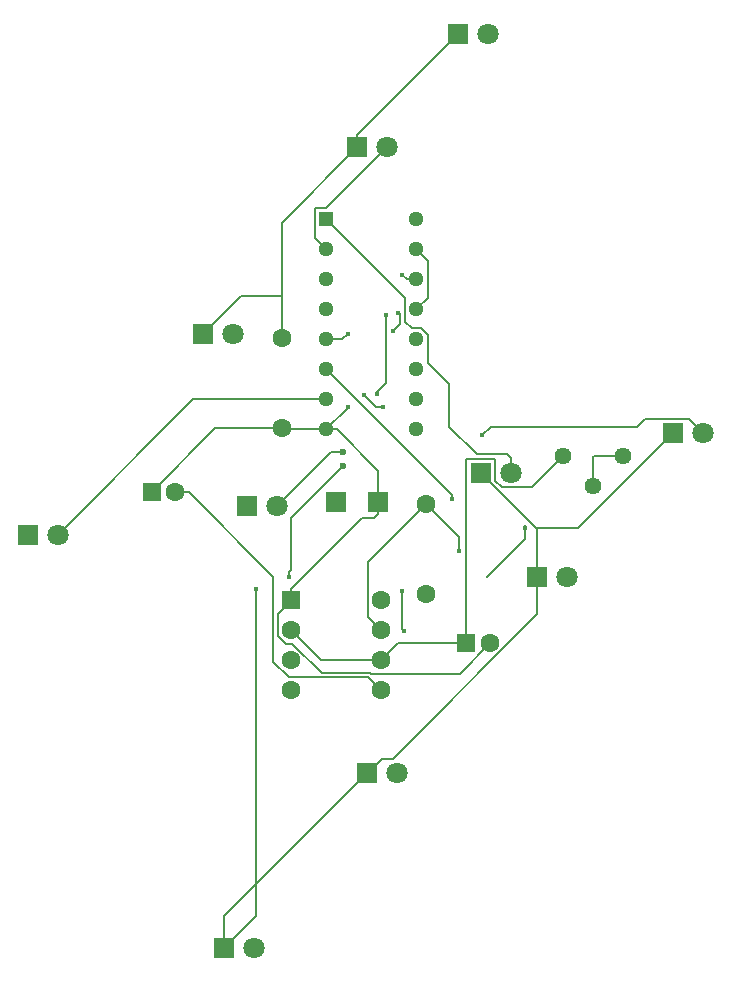
<source format=gtl>
%TF.GenerationSoftware,KiCad,Pcbnew,9.0.6*%
%TF.CreationDate,2026-01-24T18:36:13+02:00*%
%TF.ProjectId,led chaser,6c656420-6368-4617-9365-722e6b696361,rev?*%
%TF.SameCoordinates,Original*%
%TF.FileFunction,Copper,L1,Top*%
%TF.FilePolarity,Positive*%
%FSLAX46Y46*%
G04 Gerber Fmt 4.6, Leading zero omitted, Abs format (unit mm)*
G04 Created by KiCad (PCBNEW 9.0.6) date 2026-01-24 18:36:13*
%MOMM*%
%LPD*%
G01*
G04 APERTURE LIST*
G04 Aperture macros list*
%AMRoundRect*
0 Rectangle with rounded corners*
0 $1 Rounding radius*
0 $2 $3 $4 $5 $6 $7 $8 $9 X,Y pos of 4 corners*
0 Add a 4 corners polygon primitive as box body*
4,1,4,$2,$3,$4,$5,$6,$7,$8,$9,$2,$3,0*
0 Add four circle primitives for the rounded corners*
1,1,$1+$1,$2,$3*
1,1,$1+$1,$4,$5*
1,1,$1+$1,$6,$7*
1,1,$1+$1,$8,$9*
0 Add four rect primitives between the rounded corners*
20,1,$1+$1,$2,$3,$4,$5,0*
20,1,$1+$1,$4,$5,$6,$7,0*
20,1,$1+$1,$6,$7,$8,$9,0*
20,1,$1+$1,$8,$9,$2,$3,0*%
G04 Aperture macros list end*
%TA.AperFunction,ComponentPad*%
%ADD10C,1.600000*%
%TD*%
%TA.AperFunction,ComponentPad*%
%ADD11R,1.800000X1.800000*%
%TD*%
%TA.AperFunction,ComponentPad*%
%ADD12C,1.800000*%
%TD*%
%TA.AperFunction,ComponentPad*%
%ADD13RoundRect,0.250000X-0.550000X-0.550000X0.550000X-0.550000X0.550000X0.550000X-0.550000X0.550000X0*%
%TD*%
%TA.AperFunction,ComponentPad*%
%ADD14C,1.440000*%
%TD*%
%TA.AperFunction,ComponentPad*%
%ADD15R,1.700000X1.700000*%
%TD*%
%TA.AperFunction,ComponentPad*%
%ADD16R,1.295400X1.295400*%
%TD*%
%TA.AperFunction,ComponentPad*%
%ADD17C,1.295400*%
%TD*%
%TA.AperFunction,ViaPad*%
%ADD18C,0.400000*%
%TD*%
%TA.AperFunction,ViaPad*%
%ADD19C,0.600000*%
%TD*%
%TA.AperFunction,ViaPad*%
%ADD20C,0.300000*%
%TD*%
%TA.AperFunction,Conductor*%
%ADD21C,0.200000*%
%TD*%
G04 APERTURE END LIST*
D10*
%TO.P,R1,1*%
%TO.N,+5v*%
X161200000Y-119620000D03*
%TO.P,R1,2*%
%TO.N,Net-(U2-DIS)*%
X161200000Y-112000000D03*
%TD*%
D11*
%TO.P,D3,1,K*%
%TO.N,Net-(D1-K)*%
X142330000Y-97600000D03*
D12*
%TO.P,D3,2,A*%
%TO.N,Net-(D3-A)*%
X144870000Y-97600000D03*
%TD*%
D13*
%TO.P,C1 0.01 uF,1*%
%TO.N,GND*%
X138000000Y-111000000D03*
D10*
%TO.P,C1 0.01 uF,2*%
%TO.N,Net-(U2-CV)*%
X140000000Y-111000000D03*
%TD*%
D14*
%TO.P,RV1,1,1*%
%TO.N,Net-(U2-DIS)*%
X177940000Y-107920000D03*
%TO.P,RV1,2,2*%
X175400000Y-110460000D03*
%TO.P,RV1,3,3*%
%TO.N,TR*%
X172860000Y-107920000D03*
%TD*%
D15*
%TO.P,GND,1,1*%
%TO.N,GND*%
X157200000Y-111800000D03*
%TD*%
D11*
%TO.P,D7,1,K*%
%TO.N,Net-(D1-K)*%
X182130000Y-106000000D03*
D12*
%TO.P,D7,2,A*%
%TO.N,Net-(D7-A)*%
X184670000Y-106000000D03*
%TD*%
D11*
%TO.P,D6,1,K*%
%TO.N,Net-(D1-K)*%
X165860000Y-109400000D03*
D12*
%TO.P,D6,2,A*%
%TO.N,Net-(D6-A)*%
X168400000Y-109400000D03*
%TD*%
D15*
%TO.P,5V,1,1*%
%TO.N,+5v*%
X153600000Y-111800000D03*
%TD*%
D11*
%TO.P,D10,1,K*%
%TO.N,Net-(D1-K)*%
X144130000Y-149600000D03*
D12*
%TO.P,D10,2,A*%
%TO.N,Net-(D10-A)*%
X146670000Y-149600000D03*
%TD*%
D11*
%TO.P,D5,1,K*%
%TO.N,Net-(D1-K)*%
X146060000Y-112200000D03*
D12*
%TO.P,D5,2,A*%
%TO.N,Net-(D5-A)*%
X148600000Y-112200000D03*
%TD*%
D11*
%TO.P,D9,1,K*%
%TO.N,Net-(D1-K)*%
X156260000Y-134800000D03*
D12*
%TO.P,D9,2,A*%
%TO.N,Net-(D9-A)*%
X158800000Y-134800000D03*
%TD*%
D11*
%TO.P,D4,1,K*%
%TO.N,Net-(D1-K)*%
X127530000Y-114600000D03*
D12*
%TO.P,D4,2,A*%
%TO.N,Net-(D4-A)*%
X130070000Y-114600000D03*
%TD*%
D13*
%TO.P,C2 1uF,1*%
%TO.N,TR*%
X164644888Y-123800000D03*
D10*
%TO.P,C2 1uF,2*%
%TO.N,GND*%
X166644888Y-123800000D03*
%TD*%
%TO.P,R2 470 Ohm,1*%
%TO.N,Net-(D1-K)*%
X149000000Y-97990000D03*
%TO.P,R2 470 Ohm,2*%
%TO.N,GND*%
X149000000Y-105610000D03*
%TD*%
D11*
%TO.P,D2,1,K*%
%TO.N,Net-(D1-K)*%
X155400000Y-81800000D03*
D12*
%TO.P,D2,2,A*%
%TO.N,Net-(D2-A)*%
X157940000Y-81800000D03*
%TD*%
D13*
%TO.P,U2,1,GND*%
%TO.N,GND*%
X149800000Y-120180000D03*
D10*
%TO.P,U2,2,TR*%
%TO.N,TR*%
X149800000Y-122720000D03*
%TO.P,U2,3,Q*%
%TO.N,OUT*%
X149800000Y-125260000D03*
%TO.P,U2,4,R*%
%TO.N,+5v*%
X149800000Y-127800000D03*
%TO.P,U2,5,CV*%
%TO.N,Net-(U2-CV)*%
X157420000Y-127800000D03*
%TO.P,U2,6,THR*%
%TO.N,TR*%
X157420000Y-125260000D03*
%TO.P,U2,7,DIS*%
%TO.N,Net-(U2-DIS)*%
X157420000Y-122720000D03*
%TO.P,U2,8,VCC*%
%TO.N,+5v*%
X157420000Y-120180000D03*
%TD*%
D11*
%TO.P,D1,1,K*%
%TO.N,Net-(D1-K)*%
X163930000Y-72200000D03*
D12*
%TO.P,D1,2,A*%
%TO.N,Net-(D1-A)*%
X166470000Y-72200000D03*
%TD*%
D16*
%TO.P,U1,1,Q5*%
%TO.N,Net-(D6-A)*%
X152790000Y-87910000D03*
D17*
%TO.P,U1,2,Q1*%
%TO.N,Net-(D2-A)*%
X152790000Y-90450000D03*
%TO.P,U1,3,Q0*%
%TO.N,Net-(D1-A)*%
X152790000Y-92990000D03*
%TO.P,U1,4,Q2*%
%TO.N,Net-(D3-A)*%
X152790000Y-95530000D03*
%TO.P,U1,5,Q6*%
%TO.N,Net-(D7-A)*%
X152790000Y-98070000D03*
%TO.P,U1,6,Q7*%
%TO.N,Net-(D8-A)*%
X152790000Y-100610000D03*
%TO.P,U1,7,Q3*%
%TO.N,Net-(D4-A)*%
X152790000Y-103150000D03*
%TO.P,U1,8,VSS*%
%TO.N,GND*%
X152790000Y-105690000D03*
%TO.P,U1,9,Q8*%
%TO.N,Net-(D9-A)*%
X160410000Y-105690000D03*
%TO.P,U1,10,Q4*%
%TO.N,Net-(D5-A)*%
X160410000Y-103150000D03*
%TO.P,U1,11,Q9*%
%TO.N,Net-(D10-A)*%
X160410000Y-100610000D03*
%TO.P,U1,12,Cout*%
%TO.N,unconnected-(U1-Cout-Pad12)*%
X160410000Y-98070000D03*
%TO.P,U1,13,CKEN*%
%TO.N,GND*%
X160410000Y-95530000D03*
%TO.P,U1,14,CLK*%
%TO.N,OUT*%
X160410000Y-92990000D03*
%TO.P,U1,15,Reset*%
%TO.N,GND*%
X160410000Y-90450000D03*
%TO.P,U1,16,VDD*%
%TO.N,+5v*%
X160410000Y-87910000D03*
%TD*%
D11*
%TO.P,D8,1,K*%
%TO.N,Net-(D1-K)*%
X170660000Y-118200000D03*
D12*
%TO.P,D8,2,A*%
%TO.N,Net-(D8-A)*%
X173200000Y-118200000D03*
%TD*%
D18*
%TO.N,GND*%
X158400000Y-97400000D03*
X154600000Y-103800000D03*
X158861300Y-95800000D03*
%TO.N,Net-(D1-K)*%
X146838886Y-119231520D03*
D19*
%TO.N,Net-(D5-A)*%
X154200000Y-107600000D03*
D18*
X156000000Y-102800000D03*
X157600000Y-103800000D03*
%TO.N,Net-(D7-A)*%
X166000000Y-106200000D03*
X154600000Y-97600000D03*
%TO.N,Net-(D8-A)*%
X163400000Y-111600000D03*
%TO.N,Net-(D9-A)*%
X159200000Y-119400000D03*
X159400000Y-122800000D03*
D20*
%TO.N,Net-(U2-DIS)*%
X166400000Y-118200000D03*
D18*
X169600000Y-114000000D03*
X164000000Y-116000000D03*
%TO.N,OUT*%
X149600000Y-118200000D03*
X157800000Y-96000000D03*
X159200000Y-92600000D03*
D19*
X154200000Y-108800000D03*
D18*
X157044600Y-102716385D03*
%TD*%
D21*
%TO.N,Net-(U2-CV)*%
X149600000Y-126699000D02*
X156319000Y-126699000D01*
X140000000Y-111000000D02*
X141131370Y-111000000D01*
X148298000Y-125397000D02*
X149600000Y-126699000D01*
X148298000Y-118166630D02*
X148298000Y-125397000D01*
X141131370Y-111000000D02*
X148298000Y-118166630D01*
X156319000Y-126699000D02*
X157420000Y-127800000D01*
%TO.N,GND*%
X148699000Y-123176050D02*
X148699000Y-121281000D01*
X152790000Y-105690000D02*
X154600000Y-103880000D01*
X154600000Y-103880000D02*
X154600000Y-103800000D01*
X138000000Y-111000000D02*
X143390000Y-105610000D01*
X143390000Y-105610000D02*
X149000000Y-105610000D01*
X152790000Y-105690000D02*
X149080000Y-105690000D01*
X158400000Y-97400000D02*
X159000000Y-96800000D01*
X152396050Y-126299000D02*
X149918050Y-123821000D01*
X166644888Y-123800000D02*
X164083888Y-126361000D01*
X153705986Y-105690000D02*
X152790000Y-105690000D01*
X160410000Y-90450000D02*
X161358700Y-91398700D01*
X157200000Y-109184014D02*
X153705986Y-105690000D01*
X157200000Y-111800000D02*
X157200000Y-112850000D01*
X149918050Y-123821000D02*
X149343950Y-123821000D01*
X159000000Y-95800000D02*
X158861300Y-95800000D01*
X159000000Y-96800000D02*
X159000000Y-95800000D01*
X149080000Y-105690000D02*
X149000000Y-105610000D01*
X155807537Y-113192463D02*
X149800000Y-119200000D01*
X164083888Y-126361000D02*
X156546685Y-126361000D01*
X148699000Y-121281000D02*
X149800000Y-120180000D01*
X157200000Y-112850000D02*
X156857537Y-113192463D01*
X156546685Y-126361000D02*
X156484685Y-126299000D01*
X156484685Y-126299000D02*
X152396050Y-126299000D01*
X149343950Y-123821000D02*
X148699000Y-123176050D01*
X161358700Y-94581300D02*
X160410000Y-95530000D01*
X157200000Y-111800000D02*
X157200000Y-109184014D01*
X161358700Y-91398700D02*
X161358700Y-94581300D01*
X149800000Y-119200000D02*
X149800000Y-120180000D01*
X156857537Y-113192463D02*
X155807537Y-113192463D01*
%TO.N,TR*%
X164644888Y-123800000D02*
X158880000Y-123800000D01*
X167061000Y-108199000D02*
X164659000Y-108199000D01*
X158880000Y-123800000D02*
X157420000Y-125260000D01*
X164644888Y-108213112D02*
X164644888Y-123800000D01*
X167625686Y-110600000D02*
X167061000Y-110035314D01*
X157420000Y-125260000D02*
X152340000Y-125260000D01*
X164659000Y-108199000D02*
X164644888Y-108213112D01*
X152340000Y-125260000D02*
X149800000Y-122720000D01*
X172860000Y-107920000D02*
X170180000Y-110600000D01*
X170180000Y-110600000D02*
X167625686Y-110600000D01*
X167061000Y-110035314D02*
X167061000Y-108199000D01*
%TO.N,Net-(D1-K)*%
X163930000Y-72200000D02*
X155400000Y-80730000D01*
X170530000Y-114070000D02*
X165860000Y-109400000D01*
X174060000Y-114070000D02*
X170530000Y-114070000D01*
X170660000Y-118200000D02*
X170660000Y-121341938D01*
X155400000Y-80730000D02*
X155400000Y-81800000D01*
X170660000Y-114200000D02*
X170530000Y-114070000D01*
X155400000Y-81800000D02*
X149000000Y-88200000D01*
X149000000Y-94400000D02*
X149000000Y-97990000D01*
X145530000Y-94400000D02*
X149000000Y-94400000D01*
X144130000Y-149600000D02*
X146838886Y-146891114D01*
X182130000Y-106000000D02*
X174060000Y-114070000D01*
X170660000Y-121341938D02*
X158402938Y-133599000D01*
X157461000Y-133599000D02*
X156260000Y-134800000D01*
X146838886Y-146891114D02*
X146838886Y-119231520D01*
X142330000Y-97600000D02*
X145530000Y-94400000D01*
X170660000Y-118200000D02*
X170660000Y-114200000D01*
X144130000Y-146930000D02*
X156260000Y-134800000D01*
X158402938Y-133599000D02*
X157461000Y-133599000D01*
X144130000Y-149600000D02*
X144130000Y-146930000D01*
X149000000Y-88200000D02*
X149000000Y-94400000D01*
%TO.N,Net-(D2-A)*%
X152778700Y-86961300D02*
X157940000Y-81800000D01*
X151841300Y-86961300D02*
X152778700Y-86961300D01*
X152790000Y-90450000D02*
X151841300Y-89501300D01*
X151841300Y-89501300D02*
X151841300Y-86961300D01*
%TO.N,Net-(D4-A)*%
X130070000Y-114600000D02*
X141520000Y-103150000D01*
X141520000Y-103150000D02*
X152790000Y-103150000D01*
%TO.N,Net-(D5-A)*%
X157600000Y-103800000D02*
X157000000Y-103800000D01*
X153200000Y-107600000D02*
X148600000Y-112200000D01*
X156000000Y-102800000D02*
X157000000Y-103800000D01*
X154200000Y-107600000D02*
X153200000Y-107600000D01*
%TO.N,Net-(D6-A)*%
X161358700Y-100043270D02*
X163171600Y-101856170D01*
X160017035Y-97121300D02*
X160802965Y-97121300D01*
X160802965Y-97121300D02*
X161358700Y-97677035D01*
X152790000Y-87910000D02*
X159461300Y-94581300D01*
X163171600Y-105460292D02*
X165510308Y-107799000D01*
X165510308Y-107799000D02*
X168071792Y-107799000D01*
X159461300Y-94581300D02*
X159461300Y-96565565D01*
X159461300Y-96565565D02*
X160017035Y-97121300D01*
X168071792Y-107799000D02*
X168400000Y-108127208D01*
X168400000Y-108127208D02*
X168400000Y-109400000D01*
X163171600Y-101856170D02*
X163171600Y-105460292D01*
X161358700Y-97677035D02*
X161358700Y-100043270D01*
%TO.N,Net-(D7-A)*%
X166717095Y-105482905D02*
X166000000Y-106200000D01*
X184670000Y-106000000D02*
X183469000Y-104799000D01*
X183469000Y-104799000D02*
X179801000Y-104799000D01*
X179117095Y-105482905D02*
X166717095Y-105482905D01*
X179801000Y-104799000D02*
X179117095Y-105482905D01*
X154130000Y-98070000D02*
X152790000Y-98070000D01*
X154600000Y-97600000D02*
X154130000Y-98070000D01*
%TO.N,Net-(D8-A)*%
X152790000Y-100610000D02*
X163400000Y-111220000D01*
X163400000Y-111220000D02*
X163400000Y-111600000D01*
%TO.N,Net-(D9-A)*%
X159200000Y-122600000D02*
X159200000Y-119400000D01*
X159400000Y-122800000D02*
X159200000Y-122600000D01*
%TO.N,Net-(U2-DIS)*%
X161200000Y-112000000D02*
X156319000Y-116881000D01*
X161200000Y-112000000D02*
X164000000Y-114800000D01*
X175400000Y-108000000D02*
X175400000Y-110460000D01*
X156319000Y-121619000D02*
X157420000Y-122720000D01*
X169600000Y-115000000D02*
X169600000Y-113800000D01*
X166400000Y-118200000D02*
X169600000Y-115000000D01*
X164000000Y-115600000D02*
X164000000Y-116000000D01*
X164000000Y-114800000D02*
X164000000Y-115600000D01*
X175480000Y-107920000D02*
X175400000Y-108000000D01*
X156319000Y-116881000D02*
X156319000Y-121619000D01*
X177940000Y-107920000D02*
X175480000Y-107920000D01*
%TO.N,OUT*%
X160410000Y-92990000D02*
X159590000Y-92990000D01*
X157800000Y-101800000D02*
X157044600Y-102555400D01*
X159590000Y-92990000D02*
X159200000Y-92600000D01*
X157800000Y-96000000D02*
X157800000Y-101800000D01*
X149600000Y-117800000D02*
X149600000Y-118200000D01*
X154200000Y-108800000D02*
X149800000Y-113200000D01*
X157044600Y-102555400D02*
X157044600Y-102716385D01*
X149800000Y-117600000D02*
X149600000Y-117800000D01*
X149800000Y-113200000D02*
X149800000Y-117600000D01*
%TD*%
M02*

</source>
